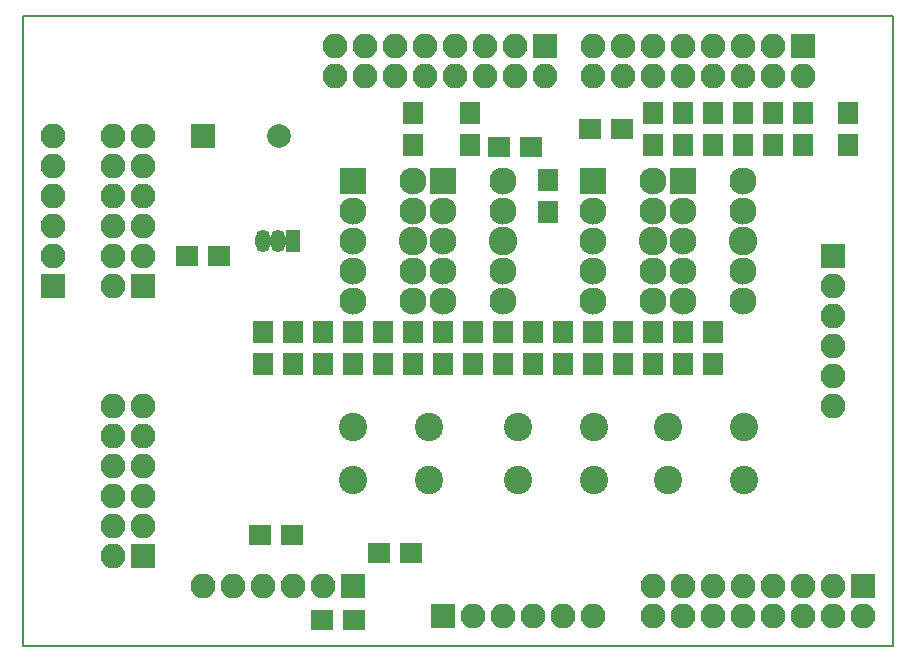
<source format=gbr>
G04 #@! TF.FileFunction,Soldermask,Bot*
%FSLAX46Y46*%
G04 Gerber Fmt 4.6, Leading zero omitted, Abs format (unit mm)*
G04 Created by KiCad (PCBNEW 4.0.7) date Fri Jun  7 08:16:43 2019*
%MOMM*%
%LPD*%
G01*
G04 APERTURE LIST*
%ADD10C,0.100000*%
%ADD11C,0.150000*%
%ADD12R,2.299920X2.299920*%
%ADD13C,2.299920*%
%ADD14C,2.432000*%
%ADD15R,2.100000X2.100000*%
%ADD16O,2.100000X2.100000*%
%ADD17R,2.000000X2.000000*%
%ADD18C,2.000000*%
%ADD19O,1.300000X1.900000*%
%ADD20R,1.300000X1.900000*%
%ADD21R,1.700000X1.900000*%
%ADD22R,1.900000X1.700000*%
%ADD23C,2.400000*%
G04 APERTURE END LIST*
D10*
D11*
X17780000Y-71120000D02*
X17780000Y-17780000D01*
X91440000Y-71120000D02*
X17780000Y-71120000D01*
X91440000Y-17780000D02*
X91440000Y-71120000D01*
X17780000Y-17780000D02*
X91440000Y-17780000D01*
D12*
X45720000Y-31750000D03*
D13*
X45720000Y-34290000D03*
X45720000Y-36830000D03*
X45720000Y-39370000D03*
X45720000Y-41910000D03*
X50800000Y-41910000D03*
X50800000Y-39370000D03*
D14*
X50800000Y-36830000D03*
D13*
X50800000Y-34290000D03*
X50800000Y-31750000D03*
D12*
X66040000Y-31750000D03*
D13*
X66040000Y-34290000D03*
X66040000Y-36830000D03*
X66040000Y-39370000D03*
X66040000Y-41910000D03*
X71120000Y-41910000D03*
X71120000Y-39370000D03*
D14*
X71120000Y-36830000D03*
D13*
X71120000Y-34290000D03*
X71120000Y-31750000D03*
D12*
X73660000Y-31750000D03*
D13*
X73660000Y-34290000D03*
X73660000Y-36830000D03*
X73660000Y-39370000D03*
X73660000Y-41910000D03*
X78740000Y-41910000D03*
X78740000Y-39370000D03*
D14*
X78740000Y-36830000D03*
D13*
X78740000Y-34290000D03*
X78740000Y-31750000D03*
D12*
X53340000Y-31750000D03*
D13*
X53340000Y-34290000D03*
X53340000Y-36830000D03*
X53340000Y-39370000D03*
X53340000Y-41910000D03*
X58420000Y-41910000D03*
X58420000Y-39370000D03*
D14*
X58420000Y-36830000D03*
D13*
X58420000Y-34290000D03*
X58420000Y-31750000D03*
D15*
X20320000Y-40640000D03*
D16*
X20320000Y-38100000D03*
X20320000Y-35560000D03*
X20320000Y-33020000D03*
X20320000Y-30480000D03*
X20320000Y-27940000D03*
D15*
X88900000Y-66040000D03*
D16*
X88900000Y-68580000D03*
X86360000Y-66040000D03*
X86360000Y-68580000D03*
X83820000Y-66040000D03*
X83820000Y-68580000D03*
X81280000Y-66040000D03*
X81280000Y-68580000D03*
X78740000Y-66040000D03*
X78740000Y-68580000D03*
X76200000Y-66040000D03*
X76200000Y-68580000D03*
X73660000Y-66040000D03*
X73660000Y-68580000D03*
X71120000Y-66040000D03*
X71120000Y-68580000D03*
D15*
X45720000Y-66040000D03*
D16*
X43180000Y-66040000D03*
X40640000Y-66040000D03*
X38100000Y-66040000D03*
X35560000Y-66040000D03*
X33020000Y-66040000D03*
D15*
X61976000Y-20320000D03*
D16*
X61976000Y-22860000D03*
X59436000Y-20320000D03*
X59436000Y-22860000D03*
X56896000Y-20320000D03*
X56896000Y-22860000D03*
X54356000Y-20320000D03*
X54356000Y-22860000D03*
X51816000Y-20320000D03*
X51816000Y-22860000D03*
X49276000Y-20320000D03*
X49276000Y-22860000D03*
X46736000Y-20320000D03*
X46736000Y-22860000D03*
X44196000Y-20320000D03*
X44196000Y-22860000D03*
D15*
X53340000Y-68580000D03*
D16*
X55880000Y-68580000D03*
X58420000Y-68580000D03*
X60960000Y-68580000D03*
X63500000Y-68580000D03*
X66040000Y-68580000D03*
D15*
X83820000Y-20320000D03*
D16*
X83820000Y-22860000D03*
X81280000Y-20320000D03*
X81280000Y-22860000D03*
X78740000Y-20320000D03*
X78740000Y-22860000D03*
X76200000Y-20320000D03*
X76200000Y-22860000D03*
X73660000Y-20320000D03*
X73660000Y-22860000D03*
X71120000Y-20320000D03*
X71120000Y-22860000D03*
X68580000Y-20320000D03*
X68580000Y-22860000D03*
X66040000Y-20320000D03*
X66040000Y-22860000D03*
D15*
X86360000Y-38100000D03*
D16*
X86360000Y-40640000D03*
X86360000Y-43180000D03*
X86360000Y-45720000D03*
X86360000Y-48260000D03*
X86360000Y-50800000D03*
D15*
X27940000Y-40640000D03*
D16*
X25400000Y-40640000D03*
X27940000Y-38100000D03*
X25400000Y-38100000D03*
X27940000Y-35560000D03*
X25400000Y-35560000D03*
X27940000Y-33020000D03*
X25400000Y-33020000D03*
X27940000Y-30480000D03*
X25400000Y-30480000D03*
X27940000Y-27940000D03*
X25400000Y-27940000D03*
D15*
X27940000Y-63500000D03*
D16*
X25400000Y-63500000D03*
X27940000Y-60960000D03*
X25400000Y-60960000D03*
X27940000Y-58420000D03*
X25400000Y-58420000D03*
X27940000Y-55880000D03*
X25400000Y-55880000D03*
X27940000Y-53340000D03*
X25400000Y-53340000D03*
X27940000Y-50800000D03*
X25400000Y-50800000D03*
D17*
X33020000Y-27940000D03*
D18*
X39520000Y-27940000D03*
D19*
X39370000Y-36830000D03*
X38100000Y-36830000D03*
D20*
X40640000Y-36830000D03*
D21*
X50800000Y-28655000D03*
X50800000Y-25955000D03*
X48260000Y-44497000D03*
X48260000Y-47197000D03*
X50800000Y-44497000D03*
X50800000Y-47197000D03*
X43180000Y-44497000D03*
X43180000Y-47197000D03*
X40640000Y-44497000D03*
X40640000Y-47197000D03*
X45720000Y-44497000D03*
X45720000Y-47197000D03*
X38100000Y-44497000D03*
X38100000Y-47197000D03*
D22*
X50689500Y-63182500D03*
X47989500Y-63182500D03*
X45863500Y-68897500D03*
X43163500Y-68897500D03*
X37893000Y-61658500D03*
X40593000Y-61658500D03*
D21*
X68580000Y-44497000D03*
X68580000Y-47197000D03*
X87630000Y-28655000D03*
X87630000Y-25955000D03*
X71120000Y-44497000D03*
X71120000Y-47197000D03*
X66040000Y-44497000D03*
X66040000Y-47197000D03*
X63500000Y-44497000D03*
X63500000Y-47197000D03*
X62230000Y-34370000D03*
X62230000Y-31670000D03*
X60960000Y-44497000D03*
X60960000Y-47197000D03*
X71120000Y-28655000D03*
X71120000Y-25955000D03*
D22*
X65833000Y-27305000D03*
X68533000Y-27305000D03*
X58086000Y-28829000D03*
X60786000Y-28829000D03*
D21*
X53340000Y-44497000D03*
X53340000Y-47197000D03*
X55880000Y-44497000D03*
X55880000Y-47197000D03*
X55626000Y-28655000D03*
X55626000Y-25955000D03*
X58420000Y-44497000D03*
X58420000Y-47197000D03*
X78740000Y-28655000D03*
X78740000Y-25955000D03*
X81280000Y-28655000D03*
X81280000Y-25955000D03*
X83820000Y-28655000D03*
X83820000Y-25955000D03*
X73660000Y-44497000D03*
X73660000Y-47197000D03*
X76200000Y-44497000D03*
X76200000Y-47197000D03*
X73660000Y-28655000D03*
X73660000Y-25955000D03*
X76200000Y-28655000D03*
X76200000Y-25955000D03*
D22*
X34370000Y-38100000D03*
X31670000Y-38100000D03*
D23*
X45720000Y-57078000D03*
X45720000Y-52578000D03*
X52220000Y-57078000D03*
X52220000Y-52578000D03*
X59690000Y-57078000D03*
X59690000Y-52578000D03*
X66190000Y-57078000D03*
X66190000Y-52578000D03*
X72390000Y-57078000D03*
X72390000Y-52578000D03*
X78890000Y-57078000D03*
X78890000Y-52578000D03*
M02*

</source>
